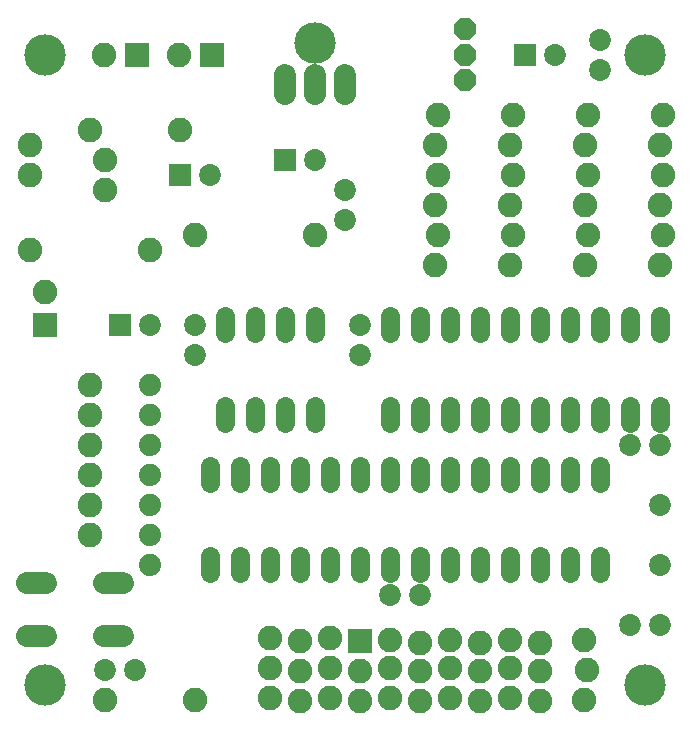
<source format=gbs>
G75*
G70*
%OFA0B0*%
%FSLAX24Y24*%
%IPPOS*%
%LPD*%
%AMOC8*
5,1,8,0,0,1.08239X$1,22.5*
%
%ADD10C,0.1380*%
%ADD11C,0.0720*%
%ADD12R,0.0730X0.0730*%
%ADD13C,0.0730*%
%ADD14C,0.0820*%
%ADD15R,0.0820X0.0820*%
%ADD16OC8,0.0740*%
%ADD17C,0.0640*%
%ADD18C,0.0740*%
D10*
X002659Y003082D03*
X002659Y024082D03*
X011659Y024482D03*
X022659Y024082D03*
X022659Y003082D03*
D11*
X005259Y004692D02*
X004619Y004692D01*
X004619Y006472D02*
X005259Y006472D01*
X002699Y006472D02*
X002059Y006472D01*
X002059Y004692D02*
X002699Y004692D01*
X010659Y022762D02*
X010659Y023402D01*
X011659Y023402D02*
X011659Y022762D01*
X012659Y022762D02*
X012659Y023402D01*
D12*
X010659Y020582D03*
X007159Y020082D03*
X005159Y015082D03*
X018659Y024082D03*
D13*
X019659Y024082D03*
X021159Y023582D03*
X021159Y024582D03*
X012659Y019582D03*
X012659Y018582D03*
X011659Y020582D03*
X008159Y020082D03*
X007659Y015082D03*
X007659Y014082D03*
X006159Y015082D03*
X013159Y015082D03*
X013159Y014082D03*
X014159Y006082D03*
X015159Y006082D03*
X022159Y005082D03*
X023159Y005082D03*
X023159Y007082D03*
X023159Y009082D03*
X023159Y011082D03*
X022159Y011082D03*
X005659Y003582D03*
X004659Y003582D03*
D14*
X004659Y002582D03*
X007659Y002582D03*
X010159Y002632D03*
X010159Y003632D03*
X010159Y004632D03*
X011159Y004532D03*
X011159Y003532D03*
X011159Y002532D03*
X012159Y002632D03*
X012159Y003632D03*
X012159Y004632D03*
X013159Y003532D03*
X013159Y002532D03*
X014159Y002632D03*
X014159Y003632D03*
X014159Y004582D03*
X015159Y004482D03*
X015159Y003532D03*
X015159Y002532D03*
X016159Y002632D03*
X016159Y003632D03*
X016159Y004582D03*
X017159Y004482D03*
X017159Y003532D03*
X017159Y002532D03*
X018159Y002632D03*
X018159Y003632D03*
X018159Y004582D03*
X019159Y004482D03*
X019159Y003532D03*
X019159Y002532D03*
X020609Y002582D03*
X020709Y003582D03*
X020609Y004582D03*
X020659Y017082D03*
X020759Y018082D03*
X020659Y019082D03*
X020759Y020082D03*
X020659Y021082D03*
X020759Y022082D03*
X018259Y022082D03*
X018159Y021082D03*
X018259Y020082D03*
X018159Y019082D03*
X018259Y018082D03*
X018159Y017082D03*
X015659Y017082D03*
X015759Y018082D03*
X015659Y019082D03*
X015759Y020082D03*
X015659Y021082D03*
X015759Y022082D03*
X011659Y018082D03*
X007659Y018082D03*
X006159Y017582D03*
X004659Y019582D03*
X004659Y020582D03*
X004159Y021582D03*
X002159Y021082D03*
X002159Y020082D03*
X002159Y017582D03*
X002659Y016182D03*
X004159Y013082D03*
X004159Y012082D03*
X004159Y011082D03*
X004159Y010082D03*
X004159Y009082D03*
X004159Y008082D03*
X007159Y021582D03*
X007109Y024082D03*
X004609Y024082D03*
X023259Y022082D03*
X023159Y021082D03*
X023259Y020082D03*
X023159Y019082D03*
X023259Y018082D03*
X023159Y017082D03*
D15*
X013159Y004532D03*
X002659Y015082D03*
X005709Y024082D03*
X008209Y024082D03*
D16*
X016659Y024082D03*
X016659Y023232D03*
X016659Y024932D03*
D17*
X016159Y015362D02*
X016159Y014802D01*
X015159Y014802D02*
X015159Y015362D01*
X014159Y015362D02*
X014159Y014802D01*
X014159Y012362D02*
X014159Y011802D01*
X015159Y011802D02*
X015159Y012362D01*
X016159Y012362D02*
X016159Y011802D01*
X017159Y011802D02*
X017159Y012362D01*
X018159Y012362D02*
X018159Y011802D01*
X019159Y011802D02*
X019159Y012362D01*
X020159Y012362D02*
X020159Y011802D01*
X021159Y011802D02*
X021159Y012362D01*
X022159Y012362D02*
X022159Y011802D01*
X023159Y011802D02*
X023159Y012362D01*
X021159Y010362D02*
X021159Y009802D01*
X020159Y009802D02*
X020159Y010362D01*
X019159Y010362D02*
X019159Y009802D01*
X018159Y009802D02*
X018159Y010362D01*
X017159Y010362D02*
X017159Y009802D01*
X016159Y009802D02*
X016159Y010362D01*
X015159Y010362D02*
X015159Y009802D01*
X014159Y009802D02*
X014159Y010362D01*
X013159Y010362D02*
X013159Y009802D01*
X012159Y009802D02*
X012159Y010362D01*
X011159Y010362D02*
X011159Y009802D01*
X010159Y009802D02*
X010159Y010362D01*
X009159Y010362D02*
X009159Y009802D01*
X008159Y009802D02*
X008159Y010362D01*
X008659Y011802D02*
X008659Y012362D01*
X009659Y012362D02*
X009659Y011802D01*
X010659Y011802D02*
X010659Y012362D01*
X011659Y012362D02*
X011659Y011802D01*
X011659Y014802D02*
X011659Y015362D01*
X010659Y015362D02*
X010659Y014802D01*
X009659Y014802D02*
X009659Y015362D01*
X008659Y015362D02*
X008659Y014802D01*
X008159Y007362D02*
X008159Y006802D01*
X009159Y006802D02*
X009159Y007362D01*
X010159Y007362D02*
X010159Y006802D01*
X011159Y006802D02*
X011159Y007362D01*
X012159Y007362D02*
X012159Y006802D01*
X013159Y006802D02*
X013159Y007362D01*
X014159Y007362D02*
X014159Y006802D01*
X015159Y006802D02*
X015159Y007362D01*
X016159Y007362D02*
X016159Y006802D01*
X017159Y006802D02*
X017159Y007362D01*
X018159Y007362D02*
X018159Y006802D01*
X019159Y006802D02*
X019159Y007362D01*
X020159Y007362D02*
X020159Y006802D01*
X021159Y006802D02*
X021159Y007362D01*
X021159Y014802D02*
X021159Y015362D01*
X020159Y015362D02*
X020159Y014802D01*
X019159Y014802D02*
X019159Y015362D01*
X018159Y015362D02*
X018159Y014802D01*
X017159Y014802D02*
X017159Y015362D01*
X022159Y015362D02*
X022159Y014802D01*
X023159Y014802D02*
X023159Y015362D01*
D18*
X006159Y013082D03*
X006159Y012082D03*
X006159Y011082D03*
X006159Y010082D03*
X006159Y009082D03*
X006159Y008082D03*
X006159Y007082D03*
M02*

</source>
